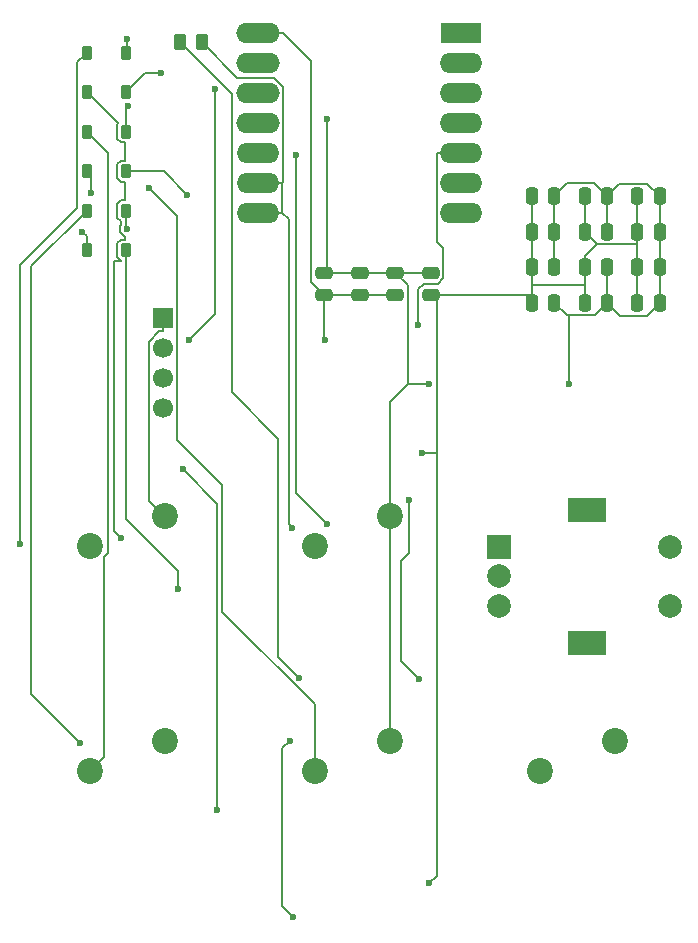
<source format=gbr>
%TF.GenerationSoftware,KiCad,Pcbnew,9.0.7*%
%TF.CreationDate,2026-01-22T22:05:33-06:00*%
%TF.ProjectId,HACK PAD!,4841434b-2050-4414-9421-2e6b69636164,rev?*%
%TF.SameCoordinates,Original*%
%TF.FileFunction,Copper,L1,Top*%
%TF.FilePolarity,Positive*%
%FSLAX46Y46*%
G04 Gerber Fmt 4.6, Leading zero omitted, Abs format (unit mm)*
G04 Created by KiCad (PCBNEW 9.0.7) date 2026-01-22 22:05:33*
%MOMM*%
%LPD*%
G01*
G04 APERTURE LIST*
G04 Aperture macros list*
%AMRoundRect*
0 Rectangle with rounded corners*
0 $1 Rounding radius*
0 $2 $3 $4 $5 $6 $7 $8 $9 X,Y pos of 4 corners*
0 Add a 4 corners polygon primitive as box body*
4,1,4,$2,$3,$4,$5,$6,$7,$8,$9,$2,$3,0*
0 Add four circle primitives for the rounded corners*
1,1,$1+$1,$2,$3*
1,1,$1+$1,$4,$5*
1,1,$1+$1,$6,$7*
1,1,$1+$1,$8,$9*
0 Add four rect primitives between the rounded corners*
20,1,$1+$1,$2,$3,$4,$5,0*
20,1,$1+$1,$4,$5,$6,$7,0*
20,1,$1+$1,$6,$7,$8,$9,0*
20,1,$1+$1,$8,$9,$2,$3,0*%
G04 Aperture macros list end*
%TA.AperFunction,SMDPad,CuDef*%
%ADD10RoundRect,0.225000X-0.225000X-0.375000X0.225000X-0.375000X0.225000X0.375000X-0.225000X0.375000X0*%
%TD*%
%TA.AperFunction,ComponentPad*%
%ADD11O,3.700000X1.700000*%
%TD*%
%TA.AperFunction,ComponentPad*%
%ADD12O,3.600000X1.700000*%
%TD*%
%TA.AperFunction,ComponentPad*%
%ADD13R,3.500000X1.700000*%
%TD*%
%TA.AperFunction,ComponentPad*%
%ADD14R,1.700000X1.700000*%
%TD*%
%TA.AperFunction,ComponentPad*%
%ADD15C,1.700000*%
%TD*%
%TA.AperFunction,SMDPad,CuDef*%
%ADD16RoundRect,0.250000X-0.250000X-0.475000X0.250000X-0.475000X0.250000X0.475000X-0.250000X0.475000X0*%
%TD*%
%TA.AperFunction,ComponentPad*%
%ADD17R,2.000000X2.000000*%
%TD*%
%TA.AperFunction,ComponentPad*%
%ADD18C,2.000000*%
%TD*%
%TA.AperFunction,ComponentPad*%
%ADD19R,3.200000X2.000000*%
%TD*%
%TA.AperFunction,SMDPad,CuDef*%
%ADD20RoundRect,0.250000X-0.262500X-0.450000X0.262500X-0.450000X0.262500X0.450000X-0.262500X0.450000X0*%
%TD*%
%TA.AperFunction,ComponentPad*%
%ADD21C,2.200000*%
%TD*%
%TA.AperFunction,SMDPad,CuDef*%
%ADD22RoundRect,0.250000X0.475000X-0.250000X0.475000X0.250000X-0.475000X0.250000X-0.475000X-0.250000X0*%
%TD*%
%TA.AperFunction,ViaPad*%
%ADD23C,0.600000*%
%TD*%
%TA.AperFunction,Conductor*%
%ADD24C,0.200000*%
%TD*%
G04 APERTURE END LIST*
D10*
%TO.P,D3,2,A*%
%TO.N,Net-(D3-A)*%
X37368800Y-38543700D03*
%TO.P,D3,1,K*%
%TO.N,Net-(D3-K)*%
X34068800Y-38543700D03*
%TD*%
D11*
%TO.P,U1,14,5V*%
%TO.N,Net-(D10-VDD)*%
X48525000Y-30162500D03*
%TO.P,U1,13,GND*%
%TO.N,unconnected-(U1-GND-Pad13)*%
X48525000Y-32702500D03*
%TO.P,U1,12,3V3*%
%TO.N,Net-(U1-3V3)*%
X48525000Y-35242500D03*
%TO.P,U1,11,PA6_A10_D10_MOSI*%
%TO.N,Net-(D17-K)*%
X48525000Y-37782500D03*
D12*
%TO.P,U1,10,PA5_A9_D9_MISO*%
%TO.N,Net-(U1-PA5_A9_D9_MISO)*%
X48525000Y-40322500D03*
%TO.P,U1,9,PA7_A8_D8_SCK*%
%TO.N,Net-(U1-PA7_A8_D8_SCK)*%
X48525000Y-42862500D03*
%TO.P,U1,8,PB09_A7_D7_RX*%
X48525000Y-45402500D03*
%TO.P,U1,7,PB08_A6_D6_TX*%
%TO.N,Net-(D5-A)*%
X65775000Y-45402500D03*
%TO.P,U1,6,PA9_A5_D5_SCL*%
%TO.N,Net-(U1-PA9_A5_D5_SCL)*%
X65775000Y-42862500D03*
%TO.P,U1,5,PA8_A4_D4_SDA*%
%TO.N,Net-(U1-PA8_A4_D4_SDA)*%
X65775000Y-40322500D03*
%TO.P,U1,4,PA11_A3_D3*%
%TO.N,Net-(D4-A)*%
X65775000Y-37782500D03*
%TO.P,U1,3,PA10_A2_D2*%
%TO.N,Net-(D3-A)*%
X65775000Y-35242500D03*
%TO.P,U1,2,PA4_A1_D1*%
%TO.N,Net-(D2-A)*%
X65775000Y-32702500D03*
D13*
%TO.P,U1,1,PA02_A0_D0*%
%TO.N,Net-(D1-A)*%
X65775000Y-30162500D03*
%TD*%
D14*
%TO.P,U2,1,GND*%
%TO.N,GND*%
X40481300Y-54292500D03*
D15*
%TO.P,U2,2,VCC*%
%TO.N,Net-(U1-3V3)*%
X40481300Y-56832500D03*
%TO.P,U2,3,SCL*%
%TO.N,Net-(U1-PA9_A5_D5_SCL)*%
X40481300Y-59372500D03*
%TO.P,U2,4,SDA*%
%TO.N,Net-(U1-PA8_A4_D4_SDA)*%
X40481300Y-61912500D03*
%TD*%
D16*
%TO.P,C7,1*%
%TO.N,Net-(D10-VDD)*%
X76200000Y-50006200D03*
%TO.P,C7,2*%
%TO.N,GND*%
X78100000Y-50006200D03*
%TD*%
%TO.P,C5,1*%
%TO.N,Net-(D10-VDD)*%
X76200000Y-43986200D03*
%TO.P,C5,2*%
%TO.N,GND*%
X78100000Y-43986200D03*
%TD*%
%TO.P,C6,1*%
%TO.N,Net-(D10-VDD)*%
X76200000Y-46996200D03*
%TO.P,C6,2*%
%TO.N,GND*%
X78100000Y-46996200D03*
%TD*%
%TO.P,C11,1*%
%TO.N,Net-(D10-VDD)*%
X80650000Y-50006200D03*
%TO.P,C11,2*%
%TO.N,GND*%
X82550000Y-50006200D03*
%TD*%
D17*
%TO.P,RE1,A,A*%
%TO.N,Net-(U1-PA7_A8_D8_SCK)*%
X68950000Y-73700000D03*
D18*
%TO.P,RE1,B,B*%
%TO.N,Net-(U1-PA5_A9_D9_MISO)*%
X68950000Y-78700000D03*
%TO.P,RE1,C,C*%
%TO.N,GND*%
X68950000Y-76200000D03*
D19*
%TO.P,RE1,MP*%
%TO.N,N/C*%
X76450000Y-70600000D03*
X76450000Y-81800000D03*
D18*
%TO.P,RE1,S1,S1*%
%TO.N,Net-(D17-A)*%
X83450000Y-78700000D03*
%TO.P,RE1,S2,S2*%
%TO.N,GND*%
X83450000Y-73700000D03*
%TD*%
D16*
%TO.P,C1,1*%
%TO.N,Net-(D10-VDD)*%
X71750000Y-43986200D03*
%TO.P,C1,2*%
%TO.N,GND*%
X73650000Y-43986200D03*
%TD*%
D10*
%TO.P,D17,1,K*%
%TO.N,Net-(D17-K)*%
X34068800Y-48593700D03*
%TO.P,D17,2,A*%
%TO.N,Net-(D17-A)*%
X37368800Y-48593700D03*
%TD*%
D20*
%TO.P,R1,1*%
%TO.N,Net-(D6-DIN)*%
X41950000Y-30956200D03*
%TO.P,R1,2*%
%TO.N,Net-(U1-PA7_A8_D8_SCK)*%
X43775000Y-30956200D03*
%TD*%
D21*
%TO.P,SW2,1,1*%
%TO.N,GND*%
X59690000Y-71120000D03*
%TO.P,SW2,2,2*%
%TO.N,Net-(D2-K)*%
X53340000Y-73660000D03*
%TD*%
%TO.P,SW3,1,1*%
%TO.N,GND*%
X40640000Y-90170000D03*
%TO.P,SW3,2,2*%
%TO.N,Net-(D3-K)*%
X34290000Y-92710000D03*
%TD*%
D16*
%TO.P,C8,1*%
%TO.N,Net-(D10-VDD)*%
X76200000Y-53016200D03*
%TO.P,C8,2*%
%TO.N,GND*%
X78100000Y-53016200D03*
%TD*%
D22*
%TO.P,C16,1*%
%TO.N,Net-(D10-VDD)*%
X63170000Y-52387500D03*
%TO.P,C16,2*%
%TO.N,GND*%
X63170000Y-50487500D03*
%TD*%
D16*
%TO.P,C4,1*%
%TO.N,Net-(D10-VDD)*%
X71750000Y-53016200D03*
%TO.P,C4,2*%
%TO.N,GND*%
X73650000Y-53016200D03*
%TD*%
%TO.P,C10,1*%
%TO.N,Net-(D10-VDD)*%
X80650000Y-46996200D03*
%TO.P,C10,2*%
%TO.N,GND*%
X82550000Y-46996200D03*
%TD*%
D22*
%TO.P,C15,1*%
%TO.N,Net-(D10-VDD)*%
X60160000Y-52387500D03*
%TO.P,C15,2*%
%TO.N,GND*%
X60160000Y-50487500D03*
%TD*%
D21*
%TO.P,SW5,1,1*%
%TO.N,GND*%
X78740000Y-90170000D03*
%TO.P,SW5,2,2*%
%TO.N,Net-(D5-K)*%
X72390000Y-92710000D03*
%TD*%
%TO.P,SW4,1,1*%
%TO.N,GND*%
X59690000Y-90170000D03*
%TO.P,SW4,2,2*%
%TO.N,Net-(D4-K)*%
X53340000Y-92710000D03*
%TD*%
D16*
%TO.P,C9,1*%
%TO.N,Net-(D10-VDD)*%
X80650000Y-43986200D03*
%TO.P,C9,2*%
%TO.N,GND*%
X82550000Y-43986200D03*
%TD*%
%TO.P,C3,1*%
%TO.N,Net-(D10-VDD)*%
X71750000Y-50006200D03*
%TO.P,C3,2*%
%TO.N,GND*%
X73650000Y-50006200D03*
%TD*%
D21*
%TO.P,SWw1,1,1*%
%TO.N,GND*%
X40640000Y-71120000D03*
%TO.P,SWw1,2,2*%
%TO.N,Net-(D1-K)*%
X34290000Y-73660000D03*
%TD*%
D16*
%TO.P,C12,1*%
%TO.N,Net-(D10-VDD)*%
X80650000Y-53016200D03*
%TO.P,C12,2*%
%TO.N,GND*%
X82550000Y-53016200D03*
%TD*%
D10*
%TO.P,D4,1,K*%
%TO.N,Net-(D4-K)*%
X34068800Y-41893700D03*
%TO.P,D4,2,A*%
%TO.N,Net-(D4-A)*%
X37368800Y-41893700D03*
%TD*%
%TO.P,D5,1,K*%
%TO.N,Net-(D5-K)*%
X34068800Y-45243700D03*
%TO.P,D5,2,A*%
%TO.N,Net-(D5-A)*%
X37368800Y-45243700D03*
%TD*%
%TO.P,D2,1,K*%
%TO.N,Net-(D2-K)*%
X34068800Y-35193700D03*
%TO.P,D2,2,A*%
%TO.N,Net-(D2-A)*%
X37368800Y-35193700D03*
%TD*%
D22*
%TO.P,C14,1*%
%TO.N,Net-(D10-VDD)*%
X57150000Y-52387500D03*
%TO.P,C14,2*%
%TO.N,GND*%
X57150000Y-50487500D03*
%TD*%
D10*
%TO.P,D1,1,K*%
%TO.N,Net-(D1-K)*%
X34068800Y-31843700D03*
%TO.P,D1,2,A*%
%TO.N,Net-(D1-A)*%
X37368800Y-31843700D03*
%TD*%
D16*
%TO.P,C2,1*%
%TO.N,Net-(D10-VDD)*%
X71750000Y-46996200D03*
%TO.P,C2,2*%
%TO.N,GND*%
X73650000Y-46996200D03*
%TD*%
D22*
%TO.P,C13,1*%
%TO.N,Net-(D10-VDD)*%
X54140000Y-52387500D03*
%TO.P,C13,2*%
%TO.N,GND*%
X54140000Y-50487500D03*
%TD*%
D23*
%TO.N,Net-(D1-K)*%
X28420000Y-73490000D03*
%TO.N,Net-(U1-PA8_A4_D4_SDA)*%
X62121000Y-54943000D03*
%TO.N,Net-(U1-3V3)*%
X42717600Y-56147300D03*
X44878800Y-34933300D03*
%TO.N,Net-(U1-PA5_A9_D9_MISO)*%
X54372500Y-71748500D03*
X51746900Y-40526500D03*
%TO.N,Net-(U1-PA7_A8_D8_SCK)*%
X51456600Y-72090000D03*
%TO.N,Net-(D17-K)*%
X33688300Y-47006200D03*
%TO.N,Net-(D17-A)*%
X41768500Y-77264900D03*
%TO.N,Net-(D8-DOUT)*%
X45123100Y-95964000D03*
X42175000Y-67104800D03*
%TO.N,Net-(D7-DOUT)*%
X61369700Y-69744300D03*
X62204700Y-84881600D03*
%TO.N,Net-(D6-DIN)*%
X52005900Y-84756800D03*
%TO.N,Net-(D5-K)*%
X33488300Y-90312300D03*
%TO.N,Net-(D5-A)*%
X37487700Y-46806200D03*
%TO.N,Net-(D4-K)*%
X39347400Y-43331800D03*
X34399600Y-43697200D03*
%TO.N,Net-(D4-A)*%
X42578200Y-43916000D03*
%TO.N,Net-(D3-A)*%
X37567700Y-36340300D03*
%TO.N,Net-(D2-A)*%
X40381300Y-33542500D03*
%TO.N,Net-(D1-A)*%
X37421500Y-30666700D03*
%TO.N,GND*%
X54406500Y-37456100D03*
X63066300Y-59907900D03*
X74897500Y-59907900D03*
X51256900Y-90107300D03*
X51543700Y-105031000D03*
%TO.N,Net-(D10-VDD)*%
X54192900Y-56192600D03*
X63066300Y-102155600D03*
X62451000Y-65778700D03*
%TO.N,Net-(D2-K)*%
X36956300Y-72942700D03*
%TD*%
D24*
%TO.N,Net-(D2-K)*%
X36718745Y-37843645D02*
X34068800Y-35193700D01*
X36617800Y-37944590D02*
X36718745Y-37843645D01*
X36617800Y-39142810D02*
X36617800Y-37944590D01*
X36919690Y-40992700D02*
X37260000Y-40992700D01*
X36617800Y-41294590D02*
X36919690Y-40992700D01*
X37260000Y-39444700D02*
X36919690Y-39444700D01*
X36617800Y-42492810D02*
X36617800Y-41294590D01*
X36919690Y-39444700D02*
X36617800Y-39142810D01*
X36919690Y-42794700D02*
X36617800Y-42492810D01*
X37260000Y-42794700D02*
X36919690Y-42794700D01*
X37260000Y-44342700D02*
X37260000Y-42794700D01*
X36919690Y-44342700D02*
X37260000Y-44342700D01*
X36617800Y-44644590D02*
X36919690Y-44342700D01*
X36617800Y-45842810D02*
X36617800Y-44644590D01*
X36919690Y-46144700D02*
X36617800Y-45842810D01*
X36967800Y-46144700D02*
X36919690Y-46144700D01*
X36967800Y-46476157D02*
X36967800Y-46144700D01*
X36886700Y-46557257D02*
X36967800Y-46476157D01*
X36886700Y-47055143D02*
X36886700Y-46557257D01*
X37238757Y-47407200D02*
X36886700Y-47055143D01*
X37260000Y-47407200D02*
X37238757Y-47407200D01*
X37260000Y-47692700D02*
X37260000Y-47407200D01*
X36919690Y-47692700D02*
X37260000Y-47692700D01*
X36617800Y-47994590D02*
X36919690Y-47692700D01*
X37260000Y-40992700D02*
X37260000Y-39444700D01*
X36617800Y-49192810D02*
X36617800Y-47994590D01*
X36919690Y-49494700D02*
X36617800Y-49192810D01*
X36390000Y-72376400D02*
X36390000Y-49494700D01*
X36956300Y-72942700D02*
X36390000Y-72376400D01*
X36390000Y-49494700D02*
X36919690Y-49494700D01*
%TO.N,Net-(D7-DOUT)*%
X60660000Y-83336900D02*
X62204700Y-84881600D01*
X60660000Y-74907900D02*
X60660000Y-83336900D01*
X61369700Y-74198200D02*
X60660000Y-74907900D01*
X61369700Y-69744300D02*
X61369700Y-74198200D01*
%TO.N,Net-(D4-K)*%
X41678300Y-45662700D02*
X39347400Y-43331800D01*
X41678300Y-64635300D02*
X41678300Y-45662700D01*
X45524800Y-79194800D02*
X45524800Y-68481800D01*
X53340000Y-87010000D02*
X45524800Y-79194800D01*
X53340000Y-92710000D02*
X53340000Y-87010000D01*
X45524800Y-68481800D02*
X41678300Y-64635300D01*
%TO.N,Net-(D1-K)*%
X28420000Y-73550000D02*
X28350000Y-73620000D01*
X28420000Y-73490000D02*
X28420000Y-73550000D01*
X28420000Y-69170000D02*
X28420000Y-73490000D01*
X33270700Y-45019300D02*
X28420000Y-49870000D01*
X28420000Y-49870000D02*
X28420000Y-69170000D01*
X33270700Y-32641800D02*
X33270700Y-45019300D01*
X34068800Y-31843700D02*
X33270700Y-32641800D01*
%TO.N,Net-(D10-VDD)*%
X63693200Y-101528700D02*
X63693200Y-65778700D01*
%TO.N,Net-(U1-PA8_A4_D4_SDA)*%
X64775000Y-40322500D02*
X63673300Y-40322500D01*
X63673300Y-47850400D02*
X63673300Y-40322500D01*
X64243400Y-48420500D02*
X63673300Y-47850400D01*
X64243400Y-50964400D02*
X64243400Y-48420500D01*
X63770300Y-51437500D02*
X64243400Y-50964400D01*
X62572600Y-51437500D02*
X63770300Y-51437500D01*
X62121000Y-51889100D02*
X62572600Y-51437500D01*
X62121000Y-54943000D02*
X62121000Y-51889100D01*
%TO.N,Net-(U1-3V3)*%
X44878800Y-53986100D02*
X44878800Y-34933300D01*
X42717600Y-56147300D02*
X44878800Y-53986100D01*
%TO.N,Net-(U1-PA5_A9_D9_MISO)*%
X51746900Y-69122900D02*
X54372500Y-71748500D01*
X51746900Y-40526500D02*
X51746900Y-69122900D01*
X51746900Y-40526500D02*
X51746900Y-40322500D01*
X51746900Y-40322500D02*
X51746900Y-40526500D01*
X54372500Y-71748500D02*
X54347000Y-71723000D01*
X54347000Y-71723000D02*
X54372500Y-71748500D01*
%TO.N,Net-(U1-PA7_A8_D8_SCK)*%
X49525000Y-45402500D02*
X50626700Y-45402500D01*
X49525000Y-42862500D02*
X50525900Y-42862500D01*
X50525900Y-42862500D02*
X50625200Y-42862500D01*
X50625200Y-42862500D02*
X50626700Y-42862500D01*
X50679800Y-42807900D02*
X50625200Y-42862500D01*
X50679800Y-34761400D02*
X50679800Y-42807900D01*
X49890900Y-33972500D02*
X50679800Y-34761400D01*
X46791300Y-33972500D02*
X49890900Y-33972500D01*
X43775000Y-30956200D02*
X46791300Y-33972500D01*
X50626700Y-42862500D02*
X50626700Y-45402500D01*
X51160200Y-45936000D02*
X50626700Y-45402500D01*
X51160200Y-71793600D02*
X51160200Y-45936000D01*
X51456600Y-72090000D02*
X51160200Y-71793600D01*
X51456600Y-72090000D02*
X51160200Y-71793600D01*
X51160200Y-71793600D02*
X51456600Y-72090000D01*
%TO.N,Net-(D17-K)*%
X34068800Y-47386700D02*
X34068800Y-48593700D01*
X33688300Y-47006200D02*
X34068800Y-47386700D01*
%TO.N,Net-(D17-A)*%
X41768500Y-75712300D02*
X41768500Y-77264900D01*
X37368800Y-71312600D02*
X41768500Y-75712300D01*
X37368800Y-48593700D02*
X37368800Y-71312600D01*
%TO.N,Net-(D8-DOUT)*%
X45123100Y-70052900D02*
X42175000Y-67104800D01*
X45123100Y-95964000D02*
X45123100Y-70052900D01*
%TO.N,Net-(D6-DIN)*%
X50290400Y-83041300D02*
X52005900Y-84756800D01*
X50290400Y-64568900D02*
X50290400Y-83041300D01*
X46316000Y-60594500D02*
X50290400Y-64568900D01*
X46316000Y-35322200D02*
X46316000Y-60594500D01*
X41950000Y-30956200D02*
X46316000Y-35322200D01*
%TO.N,Net-(D5-A)*%
X37368800Y-46687300D02*
X37368800Y-45243700D01*
X37487700Y-46806200D02*
X37368800Y-46687300D01*
%TO.N,Net-(D4-K)*%
X34399600Y-42224500D02*
X34068800Y-41893700D01*
X34399600Y-43697200D02*
X34399600Y-42224500D01*
%TO.N,Net-(D4-A)*%
X40555900Y-41893700D02*
X42578200Y-43916000D01*
X37368800Y-41893700D02*
X40555900Y-41893700D01*
%TO.N,Net-(D3-A)*%
X37368800Y-36539200D02*
X37368800Y-38543700D01*
X37567700Y-36340300D02*
X37368800Y-36539200D01*
%TO.N,Net-(D3-K)*%
X35490000Y-91510000D02*
X34290000Y-92710000D01*
X35490000Y-74573000D02*
X35490000Y-91510000D01*
X35887600Y-74175400D02*
X35490000Y-74573000D01*
X35887600Y-40362500D02*
X35887600Y-74175400D01*
X34068800Y-38543700D02*
X35887600Y-40362500D01*
%TO.N,Net-(D2-A)*%
X39020000Y-33542500D02*
X37368800Y-35193700D01*
X40381300Y-33542500D02*
X39020000Y-33542500D01*
X40381300Y-33542500D02*
X40340800Y-33542500D01*
X40340800Y-33542500D02*
X40381300Y-33542500D01*
%TO.N,Net-(D1-A)*%
X37421500Y-31791000D02*
X37421500Y-30666700D01*
X37368800Y-31843700D02*
X37421500Y-31791000D01*
%TO.N,GND*%
X82550000Y-53016200D02*
X82550000Y-50006200D01*
X78100000Y-53016200D02*
X78100000Y-50006200D01*
X78100000Y-43986200D02*
X78100000Y-46996200D01*
X57150000Y-50487500D02*
X54140000Y-50487500D01*
X39295300Y-69775300D02*
X40640000Y-71120000D01*
X39295300Y-56342300D02*
X39295300Y-69775300D01*
X40193400Y-55444200D02*
X39295300Y-56342300D01*
X40481300Y-55444200D02*
X40193400Y-55444200D01*
X40481300Y-54292500D02*
X40481300Y-55444200D01*
X57150000Y-50487500D02*
X60160000Y-50487500D01*
X82550000Y-46996200D02*
X82550000Y-50006200D01*
X73650000Y-46996200D02*
X73650000Y-50006200D01*
X63170000Y-50487500D02*
X60160000Y-50487500D01*
X73650000Y-43986200D02*
X73650000Y-46996200D01*
X77038500Y-42924700D02*
X78100000Y-43986200D01*
X74711500Y-42924700D02*
X77038500Y-42924700D01*
X73650000Y-43986200D02*
X74711500Y-42924700D01*
X54406500Y-50221000D02*
X54140000Y-50487500D01*
X54406500Y-37456100D02*
X54406500Y-50221000D01*
X59690000Y-61435300D02*
X59690000Y-71120000D01*
X61217400Y-59907900D02*
X59690000Y-61435300D01*
X59750700Y-71180700D02*
X59690000Y-71120000D01*
X59750700Y-90109300D02*
X59750700Y-71180700D01*
X59690000Y-90170000D02*
X59750700Y-90109300D01*
X74689100Y-54055300D02*
X74897500Y-54055300D01*
X73650000Y-53016200D02*
X74689100Y-54055300D01*
X74897500Y-54055300D02*
X74897500Y-59907900D01*
X77060900Y-54055300D02*
X78100000Y-53016200D01*
X74897500Y-54055300D02*
X77060900Y-54055300D01*
X81460100Y-54106100D02*
X82550000Y-53016200D01*
X79189900Y-54106100D02*
X81460100Y-54106100D01*
X78100000Y-53016200D02*
X79189900Y-54106100D01*
X82550000Y-46996200D02*
X82550000Y-43986200D01*
X79127700Y-42958500D02*
X78100000Y-43986200D01*
X81522300Y-42958500D02*
X79127700Y-42958500D01*
X82550000Y-43986200D02*
X81522300Y-42958500D01*
X50616500Y-90747700D02*
X51256900Y-90107300D01*
X50616500Y-104103800D02*
X50616500Y-90747700D01*
X51543700Y-105031000D02*
X50616500Y-104103800D01*
X61217400Y-59907900D02*
X63066300Y-59907900D01*
X61217400Y-51544900D02*
X61217400Y-59907900D01*
X60160000Y-50487500D02*
X61217400Y-51544900D01*
%TO.N,Net-(D10-VDD)*%
X57150000Y-52387500D02*
X60160000Y-52387500D01*
X71750000Y-43986200D02*
X71750000Y-46996200D01*
X71750000Y-50006200D02*
X71750000Y-49666800D01*
X71750000Y-49666800D02*
X71750000Y-46996200D01*
X54140000Y-52387500D02*
X57150000Y-52387500D01*
X76200000Y-51550500D02*
X76200000Y-53016200D01*
X71750000Y-51550500D02*
X76200000Y-51550500D01*
X71750000Y-49666800D02*
X71750000Y-51550500D01*
X80650000Y-50006200D02*
X80650000Y-53016200D01*
X54140000Y-56139700D02*
X54140000Y-52387500D01*
X54192900Y-56192600D02*
X54140000Y-56139700D01*
X76200000Y-46996200D02*
X76200000Y-43986200D01*
X71750000Y-51550500D02*
X71750000Y-52387500D01*
X71750000Y-52387500D02*
X71750000Y-53016200D01*
X53041200Y-51288700D02*
X54140000Y-52387500D01*
X53041200Y-32527000D02*
X53041200Y-51288700D01*
X50676700Y-30162500D02*
X53041200Y-32527000D01*
X49525000Y-30162500D02*
X50676700Y-30162500D01*
X80650000Y-46996200D02*
X80650000Y-48039100D01*
X80650000Y-48039100D02*
X80650000Y-50006200D01*
X76200000Y-51550500D02*
X76200000Y-50006200D01*
X76200000Y-49082000D02*
X77242900Y-48039100D01*
X76200000Y-50006200D02*
X76200000Y-49082000D01*
X80650000Y-48039100D02*
X77242900Y-48039100D01*
X77242900Y-48039100D02*
X76200000Y-46996200D01*
X63170000Y-52387500D02*
X63693200Y-52387500D01*
X63693200Y-52387500D02*
X71750000Y-52387500D01*
X63693200Y-65778700D02*
X62451000Y-65778700D01*
X63066300Y-102155600D02*
X63693200Y-101528700D01*
X63693200Y-65778700D02*
X63693200Y-52387500D01*
%TO.N,Net-(D5-K)*%
X34068800Y-45243700D02*
X29360000Y-49952500D01*
X29360000Y-49952500D02*
X29360000Y-86184000D01*
X29360000Y-86184000D02*
X33488300Y-90312300D01*
%TO.N,Net-(D10-VDD)*%
X80650000Y-43986200D02*
X80650000Y-46996200D01*
%TD*%
M02*

</source>
